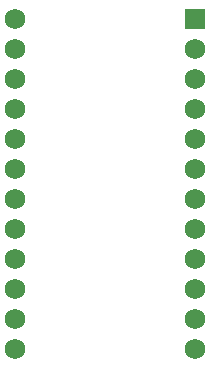
<source format=gbr>
%TF.GenerationSoftware,KiCad,Pcbnew,8.0.1*%
%TF.CreationDate,2024-11-14T23:23:19-08:00*%
%TF.ProjectId,roo_left_auto_routed,726f6f5f-6c65-4667-945f-6175746f5f72,0.1.0*%
%TF.SameCoordinates,Original*%
%TF.FileFunction,Copper,L1,Top*%
%TF.FilePolarity,Positive*%
%FSLAX46Y46*%
G04 Gerber Fmt 4.6, Leading zero omitted, Abs format (unit mm)*
G04 Created by KiCad (PCBNEW 8.0.1) date 2024-11-14 23:23:19*
%MOMM*%
%LPD*%
G01*
G04 APERTURE LIST*
%TA.AperFunction,ComponentPad*%
%ADD10R,1.752600X1.752600*%
%TD*%
%TA.AperFunction,ComponentPad*%
%ADD11C,1.752600*%
%TD*%
G04 APERTURE END LIST*
D10*
%TO.P,MCU1,1*%
%TO.N,RAW*%
X244205800Y-131115800D03*
D11*
%TO.P,MCU1,2*%
%TO.N,GND*%
X244205800Y-133655800D03*
%TO.P,MCU1,3*%
%TO.N,RST*%
X244205800Y-136195800D03*
%TO.P,MCU1,4*%
%TO.N,VCC*%
X244205800Y-138735800D03*
%TO.P,MCU1,5*%
%TO.N,P21*%
X244205800Y-141275800D03*
%TO.P,MCU1,6*%
%TO.N,P20*%
X244205800Y-143815800D03*
%TO.P,MCU1,7*%
%TO.N,P19*%
X244205800Y-146355800D03*
%TO.P,MCU1,8*%
%TO.N,P18*%
X244205800Y-148895800D03*
%TO.P,MCU1,9*%
%TO.N,P15*%
X244205800Y-151435800D03*
%TO.P,MCU1,10*%
%TO.N,P14*%
X244205800Y-153975800D03*
%TO.P,MCU1,11*%
%TO.N,P16*%
X244205800Y-156515800D03*
%TO.P,MCU1,12*%
%TO.N,P10*%
X244205800Y-159055800D03*
%TO.P,MCU1,13*%
%TO.N,P1*%
X228965800Y-131115800D03*
%TO.P,MCU1,14*%
%TO.N,P0*%
X228965800Y-133655800D03*
%TO.P,MCU1,15*%
%TO.N,GND*%
X228965800Y-136195800D03*
%TO.P,MCU1,16*%
X228965800Y-138735800D03*
%TO.P,MCU1,17*%
%TO.N,P2*%
X228965800Y-141275800D03*
%TO.P,MCU1,18*%
%TO.N,P3*%
X228965800Y-143815800D03*
%TO.P,MCU1,19*%
%TO.N,P4*%
X228965800Y-146355800D03*
%TO.P,MCU1,20*%
%TO.N,P5*%
X228965800Y-148895800D03*
%TO.P,MCU1,21*%
%TO.N,P6*%
X228965800Y-151435800D03*
%TO.P,MCU1,22*%
%TO.N,P7*%
X228965800Y-153975800D03*
%TO.P,MCU1,23*%
%TO.N,P8*%
X228965800Y-156515800D03*
%TO.P,MCU1,24*%
%TO.N,P9*%
X228965800Y-159055800D03*
%TD*%
M02*

</source>
